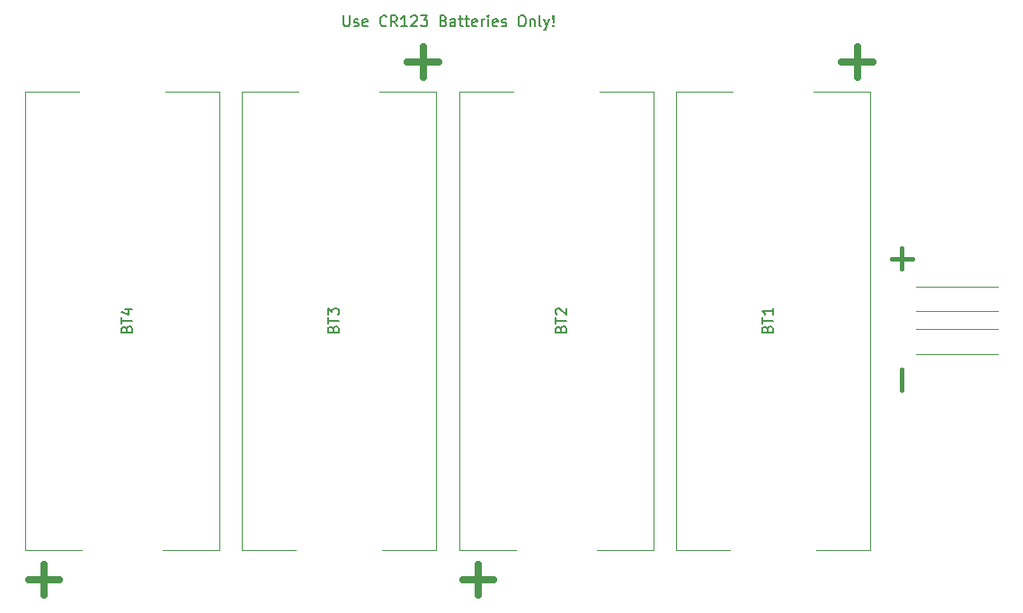
<source format=gbr>
G04 #@! TF.GenerationSoftware,KiCad,Pcbnew,(5.1.7)-1*
G04 #@! TF.CreationDate,2021-11-03T15:22:26-05:00*
G04 #@! TF.ProjectId,battery_pack,62617474-6572-4795-9f70-61636b2e6b69,1.0*
G04 #@! TF.SameCoordinates,Original*
G04 #@! TF.FileFunction,Legend,Top*
G04 #@! TF.FilePolarity,Positive*
%FSLAX46Y46*%
G04 Gerber Fmt 4.6, Leading zero omitted, Abs format (unit mm)*
G04 Created by KiCad (PCBNEW (5.1.7)-1) date 2021-11-03 15:22:26*
%MOMM*%
%LPD*%
G01*
G04 APERTURE LIST*
%ADD10C,0.381000*%
%ADD11C,0.150000*%
%ADD12C,0.120000*%
%ADD13C,0.635000*%
G04 APERTURE END LIST*
D10*
X189919428Y-93423619D02*
X189919428Y-91488380D01*
X190887047Y-92456000D02*
X188951809Y-92456000D01*
X189919428Y-104853619D02*
X189919428Y-102918380D01*
D11*
X137312047Y-69556380D02*
X137312047Y-70365904D01*
X137359666Y-70461142D01*
X137407285Y-70508761D01*
X137502523Y-70556380D01*
X137693000Y-70556380D01*
X137788238Y-70508761D01*
X137835857Y-70461142D01*
X137883476Y-70365904D01*
X137883476Y-69556380D01*
X138312047Y-70508761D02*
X138407285Y-70556380D01*
X138597761Y-70556380D01*
X138693000Y-70508761D01*
X138740619Y-70413523D01*
X138740619Y-70365904D01*
X138693000Y-70270666D01*
X138597761Y-70223047D01*
X138454904Y-70223047D01*
X138359666Y-70175428D01*
X138312047Y-70080190D01*
X138312047Y-70032571D01*
X138359666Y-69937333D01*
X138454904Y-69889714D01*
X138597761Y-69889714D01*
X138693000Y-69937333D01*
X139550142Y-70508761D02*
X139454904Y-70556380D01*
X139264428Y-70556380D01*
X139169190Y-70508761D01*
X139121571Y-70413523D01*
X139121571Y-70032571D01*
X139169190Y-69937333D01*
X139264428Y-69889714D01*
X139454904Y-69889714D01*
X139550142Y-69937333D01*
X139597761Y-70032571D01*
X139597761Y-70127809D01*
X139121571Y-70223047D01*
X141359666Y-70461142D02*
X141312047Y-70508761D01*
X141169190Y-70556380D01*
X141073952Y-70556380D01*
X140931095Y-70508761D01*
X140835857Y-70413523D01*
X140788238Y-70318285D01*
X140740619Y-70127809D01*
X140740619Y-69984952D01*
X140788238Y-69794476D01*
X140835857Y-69699238D01*
X140931095Y-69604000D01*
X141073952Y-69556380D01*
X141169190Y-69556380D01*
X141312047Y-69604000D01*
X141359666Y-69651619D01*
X142359666Y-70556380D02*
X142026333Y-70080190D01*
X141788238Y-70556380D02*
X141788238Y-69556380D01*
X142169190Y-69556380D01*
X142264428Y-69604000D01*
X142312047Y-69651619D01*
X142359666Y-69746857D01*
X142359666Y-69889714D01*
X142312047Y-69984952D01*
X142264428Y-70032571D01*
X142169190Y-70080190D01*
X141788238Y-70080190D01*
X143312047Y-70556380D02*
X142740619Y-70556380D01*
X143026333Y-70556380D02*
X143026333Y-69556380D01*
X142931095Y-69699238D01*
X142835857Y-69794476D01*
X142740619Y-69842095D01*
X143693000Y-69651619D02*
X143740619Y-69604000D01*
X143835857Y-69556380D01*
X144073952Y-69556380D01*
X144169190Y-69604000D01*
X144216809Y-69651619D01*
X144264428Y-69746857D01*
X144264428Y-69842095D01*
X144216809Y-69984952D01*
X143645380Y-70556380D01*
X144264428Y-70556380D01*
X144597761Y-69556380D02*
X145216809Y-69556380D01*
X144883476Y-69937333D01*
X145026333Y-69937333D01*
X145121571Y-69984952D01*
X145169190Y-70032571D01*
X145216809Y-70127809D01*
X145216809Y-70365904D01*
X145169190Y-70461142D01*
X145121571Y-70508761D01*
X145026333Y-70556380D01*
X144740619Y-70556380D01*
X144645380Y-70508761D01*
X144597761Y-70461142D01*
X146740619Y-70032571D02*
X146883476Y-70080190D01*
X146931095Y-70127809D01*
X146978714Y-70223047D01*
X146978714Y-70365904D01*
X146931095Y-70461142D01*
X146883476Y-70508761D01*
X146788238Y-70556380D01*
X146407285Y-70556380D01*
X146407285Y-69556380D01*
X146740619Y-69556380D01*
X146835857Y-69604000D01*
X146883476Y-69651619D01*
X146931095Y-69746857D01*
X146931095Y-69842095D01*
X146883476Y-69937333D01*
X146835857Y-69984952D01*
X146740619Y-70032571D01*
X146407285Y-70032571D01*
X147835857Y-70556380D02*
X147835857Y-70032571D01*
X147788238Y-69937333D01*
X147693000Y-69889714D01*
X147502523Y-69889714D01*
X147407285Y-69937333D01*
X147835857Y-70508761D02*
X147740619Y-70556380D01*
X147502523Y-70556380D01*
X147407285Y-70508761D01*
X147359666Y-70413523D01*
X147359666Y-70318285D01*
X147407285Y-70223047D01*
X147502523Y-70175428D01*
X147740619Y-70175428D01*
X147835857Y-70127809D01*
X148169190Y-69889714D02*
X148550142Y-69889714D01*
X148312047Y-69556380D02*
X148312047Y-70413523D01*
X148359666Y-70508761D01*
X148454904Y-70556380D01*
X148550142Y-70556380D01*
X148740619Y-69889714D02*
X149121571Y-69889714D01*
X148883476Y-69556380D02*
X148883476Y-70413523D01*
X148931095Y-70508761D01*
X149026333Y-70556380D01*
X149121571Y-70556380D01*
X149835857Y-70508761D02*
X149740619Y-70556380D01*
X149550142Y-70556380D01*
X149454904Y-70508761D01*
X149407285Y-70413523D01*
X149407285Y-70032571D01*
X149454904Y-69937333D01*
X149550142Y-69889714D01*
X149740619Y-69889714D01*
X149835857Y-69937333D01*
X149883476Y-70032571D01*
X149883476Y-70127809D01*
X149407285Y-70223047D01*
X150312047Y-70556380D02*
X150312047Y-69889714D01*
X150312047Y-70080190D02*
X150359666Y-69984952D01*
X150407285Y-69937333D01*
X150502523Y-69889714D01*
X150597761Y-69889714D01*
X150931095Y-70556380D02*
X150931095Y-69889714D01*
X150931095Y-69556380D02*
X150883476Y-69604000D01*
X150931095Y-69651619D01*
X150978714Y-69604000D01*
X150931095Y-69556380D01*
X150931095Y-69651619D01*
X151788238Y-70508761D02*
X151693000Y-70556380D01*
X151502523Y-70556380D01*
X151407285Y-70508761D01*
X151359666Y-70413523D01*
X151359666Y-70032571D01*
X151407285Y-69937333D01*
X151502523Y-69889714D01*
X151693000Y-69889714D01*
X151788238Y-69937333D01*
X151835857Y-70032571D01*
X151835857Y-70127809D01*
X151359666Y-70223047D01*
X152216809Y-70508761D02*
X152312047Y-70556380D01*
X152502523Y-70556380D01*
X152597761Y-70508761D01*
X152645380Y-70413523D01*
X152645380Y-70365904D01*
X152597761Y-70270666D01*
X152502523Y-70223047D01*
X152359666Y-70223047D01*
X152264428Y-70175428D01*
X152216809Y-70080190D01*
X152216809Y-70032571D01*
X152264428Y-69937333D01*
X152359666Y-69889714D01*
X152502523Y-69889714D01*
X152597761Y-69937333D01*
X154026333Y-69556380D02*
X154216809Y-69556380D01*
X154312047Y-69604000D01*
X154407285Y-69699238D01*
X154454904Y-69889714D01*
X154454904Y-70223047D01*
X154407285Y-70413523D01*
X154312047Y-70508761D01*
X154216809Y-70556380D01*
X154026333Y-70556380D01*
X153931095Y-70508761D01*
X153835857Y-70413523D01*
X153788238Y-70223047D01*
X153788238Y-69889714D01*
X153835857Y-69699238D01*
X153931095Y-69604000D01*
X154026333Y-69556380D01*
X154883476Y-69889714D02*
X154883476Y-70556380D01*
X154883476Y-69984952D02*
X154931095Y-69937333D01*
X155026333Y-69889714D01*
X155169190Y-69889714D01*
X155264428Y-69937333D01*
X155312047Y-70032571D01*
X155312047Y-70556380D01*
X155931095Y-70556380D02*
X155835857Y-70508761D01*
X155788238Y-70413523D01*
X155788238Y-69556380D01*
X156216809Y-69889714D02*
X156454904Y-70556380D01*
X156693000Y-69889714D02*
X156454904Y-70556380D01*
X156359666Y-70794476D01*
X156312047Y-70842095D01*
X156216809Y-70889714D01*
X157073952Y-70461142D02*
X157121571Y-70508761D01*
X157073952Y-70556380D01*
X157026333Y-70508761D01*
X157073952Y-70461142D01*
X157073952Y-70556380D01*
X157073952Y-70175428D02*
X157026333Y-69604000D01*
X157073952Y-69556380D01*
X157121571Y-69604000D01*
X157073952Y-70175428D01*
X157073952Y-69556380D01*
D12*
X125603000Y-76708000D02*
X125603000Y-119888000D01*
X120523000Y-76708000D02*
X125603000Y-76708000D01*
X107315000Y-76708000D02*
X107315000Y-119888000D01*
X107315000Y-76708000D02*
X112395000Y-76708000D01*
X112649000Y-119888000D02*
X107315000Y-119888000D01*
X125603000Y-119888000D02*
X120269000Y-119888000D01*
X191263000Y-97386000D02*
X198953000Y-97386000D01*
X191263000Y-99102000D02*
X198953000Y-99102000D01*
X191263000Y-95066000D02*
X198953000Y-95066000D01*
X191263000Y-101422000D02*
X198953000Y-101422000D01*
X127762000Y-76708000D02*
X133096000Y-76708000D01*
X140716000Y-76708000D02*
X146050000Y-76708000D01*
X146050000Y-119888000D02*
X140970000Y-119888000D01*
X146050000Y-119888000D02*
X146050000Y-76708000D01*
X132842000Y-119888000D02*
X127762000Y-119888000D01*
X127762000Y-119888000D02*
X127762000Y-76708000D01*
X166497000Y-119888000D02*
X161163000Y-119888000D01*
X153543000Y-119888000D02*
X148209000Y-119888000D01*
X148209000Y-76708000D02*
X153289000Y-76708000D01*
X148209000Y-76708000D02*
X148209000Y-119888000D01*
X161417000Y-76708000D02*
X166497000Y-76708000D01*
X166497000Y-76708000D02*
X166497000Y-119888000D01*
X168656000Y-76708000D02*
X173990000Y-76708000D01*
X181610000Y-76708000D02*
X186944000Y-76708000D01*
X186944000Y-119888000D02*
X181864000Y-119888000D01*
X186944000Y-119888000D02*
X186944000Y-76708000D01*
X173736000Y-119888000D02*
X168656000Y-119888000D01*
X168656000Y-119888000D02*
X168656000Y-76708000D01*
D11*
X116887571Y-99083714D02*
X116935190Y-98940857D01*
X116982809Y-98893238D01*
X117078047Y-98845619D01*
X117220904Y-98845619D01*
X117316142Y-98893238D01*
X117363761Y-98940857D01*
X117411380Y-99036095D01*
X117411380Y-99417047D01*
X116411380Y-99417047D01*
X116411380Y-99083714D01*
X116459000Y-98988476D01*
X116506619Y-98940857D01*
X116601857Y-98893238D01*
X116697095Y-98893238D01*
X116792333Y-98940857D01*
X116839952Y-98988476D01*
X116887571Y-99083714D01*
X116887571Y-99417047D01*
X116411380Y-98559904D02*
X116411380Y-97988476D01*
X117411380Y-98274190D02*
X116411380Y-98274190D01*
X116744714Y-97226571D02*
X117411380Y-97226571D01*
X116363761Y-97464666D02*
X117078047Y-97702761D01*
X117078047Y-97083714D01*
D13*
X109111142Y-124133428D02*
X109111142Y-121230571D01*
X110562571Y-122682000D02*
X107659714Y-122682000D01*
D11*
X136334571Y-99083714D02*
X136382190Y-98940857D01*
X136429809Y-98893238D01*
X136525047Y-98845619D01*
X136667904Y-98845619D01*
X136763142Y-98893238D01*
X136810761Y-98940857D01*
X136858380Y-99036095D01*
X136858380Y-99417047D01*
X135858380Y-99417047D01*
X135858380Y-99083714D01*
X135906000Y-98988476D01*
X135953619Y-98940857D01*
X136048857Y-98893238D01*
X136144095Y-98893238D01*
X136239333Y-98940857D01*
X136286952Y-98988476D01*
X136334571Y-99083714D01*
X136334571Y-99417047D01*
X135858380Y-98559904D02*
X135858380Y-97988476D01*
X136858380Y-98274190D02*
X135858380Y-98274190D01*
X135858380Y-97750380D02*
X135858380Y-97131333D01*
X136239333Y-97464666D01*
X136239333Y-97321809D01*
X136286952Y-97226571D01*
X136334571Y-97178952D01*
X136429809Y-97131333D01*
X136667904Y-97131333D01*
X136763142Y-97178952D01*
X136810761Y-97226571D01*
X136858380Y-97321809D01*
X136858380Y-97607523D01*
X136810761Y-97702761D01*
X136763142Y-97750380D01*
D13*
X144798142Y-75365428D02*
X144798142Y-72462571D01*
X146249571Y-73914000D02*
X143346714Y-73914000D01*
D11*
X157781571Y-99083714D02*
X157829190Y-98940857D01*
X157876809Y-98893238D01*
X157972047Y-98845619D01*
X158114904Y-98845619D01*
X158210142Y-98893238D01*
X158257761Y-98940857D01*
X158305380Y-99036095D01*
X158305380Y-99417047D01*
X157305380Y-99417047D01*
X157305380Y-99083714D01*
X157353000Y-98988476D01*
X157400619Y-98940857D01*
X157495857Y-98893238D01*
X157591095Y-98893238D01*
X157686333Y-98940857D01*
X157733952Y-98988476D01*
X157781571Y-99083714D01*
X157781571Y-99417047D01*
X157305380Y-98559904D02*
X157305380Y-97988476D01*
X158305380Y-98274190D02*
X157305380Y-98274190D01*
X157400619Y-97702761D02*
X157353000Y-97655142D01*
X157305380Y-97559904D01*
X157305380Y-97321809D01*
X157353000Y-97226571D01*
X157400619Y-97178952D01*
X157495857Y-97131333D01*
X157591095Y-97131333D01*
X157733952Y-97178952D01*
X158305380Y-97750380D01*
X158305380Y-97131333D01*
D13*
X150005142Y-124133428D02*
X150005142Y-121230571D01*
X151456571Y-122682000D02*
X148553714Y-122682000D01*
D11*
X177228571Y-99083714D02*
X177276190Y-98940857D01*
X177323809Y-98893238D01*
X177419047Y-98845619D01*
X177561904Y-98845619D01*
X177657142Y-98893238D01*
X177704761Y-98940857D01*
X177752380Y-99036095D01*
X177752380Y-99417047D01*
X176752380Y-99417047D01*
X176752380Y-99083714D01*
X176800000Y-98988476D01*
X176847619Y-98940857D01*
X176942857Y-98893238D01*
X177038095Y-98893238D01*
X177133333Y-98940857D01*
X177180952Y-98988476D01*
X177228571Y-99083714D01*
X177228571Y-99417047D01*
X176752380Y-98559904D02*
X176752380Y-97988476D01*
X177752380Y-98274190D02*
X176752380Y-98274190D01*
X177752380Y-97131333D02*
X177752380Y-97702761D01*
X177752380Y-97417047D02*
X176752380Y-97417047D01*
X176895238Y-97512285D01*
X176990476Y-97607523D01*
X177038095Y-97702761D01*
D13*
X185692142Y-75365428D02*
X185692142Y-72462571D01*
X187143571Y-73914000D02*
X184240714Y-73914000D01*
M02*

</source>
